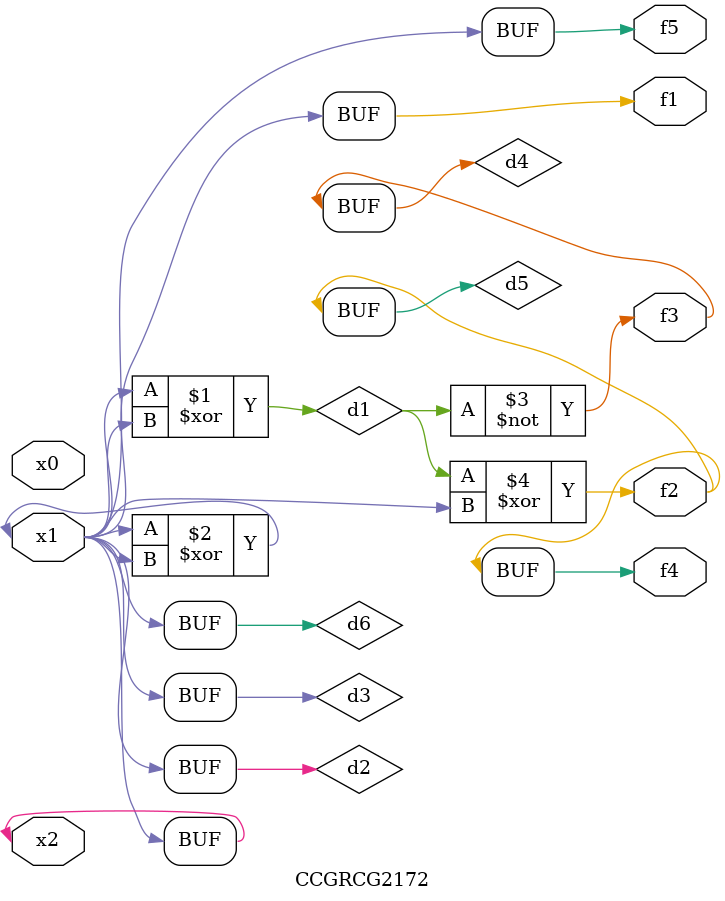
<source format=v>
module CCGRCG2172(
	input x0, x1, x2,
	output f1, f2, f3, f4, f5
);

	wire d1, d2, d3, d4, d5, d6;

	xor (d1, x1, x2);
	buf (d2, x1, x2);
	xor (d3, x1, x2);
	nor (d4, d1);
	xor (d5, d1, d2);
	buf (d6, d2, d3);
	assign f1 = d6;
	assign f2 = d5;
	assign f3 = d4;
	assign f4 = d5;
	assign f5 = d6;
endmodule

</source>
